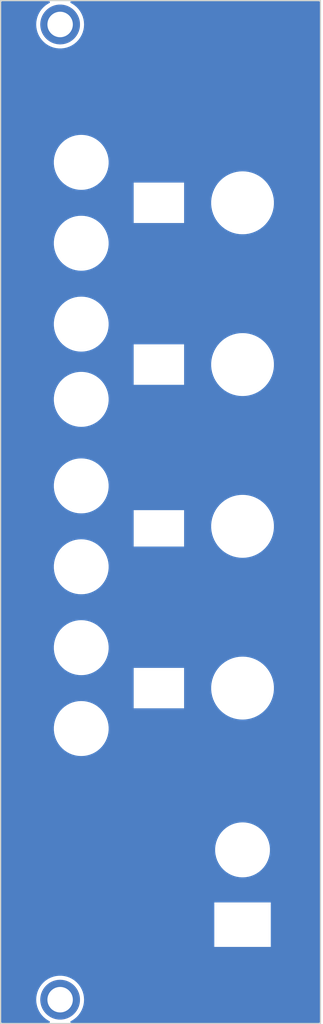
<source format=kicad_pcb>
(kicad_pcb (version 20221018) (generator pcbnew)
  (title_block (title "summe") (date "2021-05-30") (rev "R1") (comment 1 "PCB for panel") (comment 2 "DC coupled mixer") (comment 4 "License CC BY 4.0 - Attribution 4.0 International"))
  (layers (0 "F.Cu" signal) (31 "B.Cu" signal) (34 "B.Paste" user) (35 "F.Paste" user) (36 "B.SilkS" user "B.Silkscreen") (37 "F.SilkS" user "F.Silkscreen") (38 "B.Mask" user) (39 "F.Mask" user) (44 "Edge.Cuts" user))
  (net 0 "")
  (footprint "elektrophon:MountingHole_Panel_3.2mm_M3" (layer "F.Cu") (at 58.3 53.8)
    (fp_text reference "H14" hide)
    (fp_text value "MountingHole" hide)
    (pad "1" thru_hole circle (at 0 0) (size 3.6 3.6) (drill 3.2) (layers "*.Cu" "*.Mask"))
    (pad "1" connect circle (at 0 0) (size 5 5) (layers "F.Cu" "F.Mask"))
    (pad "1" connect circle (at 0 0) (size 5 5) (layers "B.Cu" "B.Mask"))
  )
  (footprint "elektrophon:MountingHole_Panel_3.2mm_M3" (layer "F.Cu") (at 58.3 176.3)
    (fp_text reference "H15" hide)
    (fp_text value "MountingHole" hide)
    (pad "1" thru_hole circle (at 0 0) (size 3.6 3.6) (drill 3.2) (layers "*.Cu" "*.Mask"))
    (pad "1" connect circle (at 0 0) (size 5 5) (layers "F.Cu" "F.Mask"))
    (pad "1" connect circle (at 0 0) (size 5 5) (layers "B.Cu" "B.Mask"))
  )
  (footprint "elektrophon:panel_jack" (layer "F.Cu") (at 60.96 71.12)
    (fp_text reference "H1" hide)
    (fp_text value "in1" hide)
    (pad "" np_thru_hole circle (at 0 0) (size 6.4 6.4) (drill 6.4) (layers "*.Cu" "*.Mask"))
  )
  (footprint "elektrophon:panel_jack" (layer "F.Cu") (at 60.96 81.28)
    (fp_text reference "H2" hide)
    (fp_text value "out1" hide)
    (pad "" np_thru_hole circle (at 0 0) (size 6.4 6.4) (drill 6.4) (layers "*.Cu" "*.Mask"))
  )
  (footprint "elektrophon:panel_jack" (layer "F.Cu") (at 60.96 91.44)
    (fp_text reference "H3" hide)
    (fp_text value "in2" hide)
    (pad "" np_thru_hole circle (at 0 0) (size 6.4 6.4) (drill 6.4) (layers "*.Cu" "*.Mask"))
  )
  (footprint "elektrophon:panel_jack" (layer "F.Cu") (at 60.96 100.89)
    (fp_text reference "H4" hide)
    (fp_text value "out2" hide)
    (pad "" np_thru_hole circle (at 0 0) (size 6.4 6.4) (drill 6.4) (layers "*.Cu" "*.Mask"))
  )
  (footprint "elektrophon:panel_jack" (layer "F.Cu") (at 60.96 111.76)
    (fp_text reference "H5" hide)
    (fp_text value "in3" hide)
    (pad "" np_thru_hole circle (at 0 0) (size 6.4 6.4) (drill 6.4) (layers "*.Cu" "*.Mask"))
  )
  (footprint "elektrophon:panel_jack" (layer "F.Cu") (at 60.96 121.92)
    (fp_text reference "H6" hide)
    (fp_text value "out3" hide)
    (pad "" np_thru_hole circle (at 0 0) (size 6.4 6.4) (drill 6.4) (layers "*.Cu" "*.Mask"))
  )
  (footprint "elektrophon:panel_jack" (layer "F.Cu") (at 60.96 132.08)
    (fp_text reference "H7" hide)
    (fp_text value "in4" hide)
    (pad "" np_thru_hole circle (at 0 0) (size 6.4 6.4) (drill 6.4) (layers "*.Cu" "*.Mask"))
  )
  (footprint "elektrophon:panel_jack" (layer "F.Cu") (at 60.96 142.24)
    (fp_text reference "H8" hide)
    (fp_text value "out4" hide)
    (pad "" np_thru_hole circle (at 0 0) (size 6.4 6.4) (drill 6.4) (layers "*.Cu" "*.Mask"))
  )
  (footprint "elektrophon:panel_potentiometer" (layer "F.Cu") (at 81.28 76.2)
    (fp_text reference "H9" hide)
    (fp_text value "vol1" hide)
    (pad "" np_thru_hole circle (at 0 0) (size 7.4 7.4) (drill 7.4) (layers "*.Cu" "*.Mask"))
  )
  (footprint "elektrophon:panel_potentiometer" (layer "F.Cu") (at 81.28 96.52)
    (fp_text reference "H10" hide)
    (fp_text value "vol2" hide)
    (pad "" np_thru_hole circle (at 0 0) (size 7.4 7.4) (drill 7.4) (layers "*.Cu" "*.Mask"))
  )
  (footprint "elektrophon:panel_potentiometer" (layer "F.Cu") (at 81.28 116.84)
    (fp_text reference "H11" hide)
    (fp_text value "vol3" hide)
    (pad "" np_thru_hole circle (at 0 0) (size 7.4 7.4) (drill 7.4) (layers "*.Cu" "*.Mask"))
  )
  (footprint "elektrophon:panel_potentiometer" (layer "F.Cu") (at 81.28 137.16)
    (fp_text reference "H12" hide)
    (fp_text value "vol4" hide)
    (pad "" np_thru_hole circle (at 0 0) (size 7.4 7.4) (drill 7.4) (layers "*.Cu" "*.Mask"))
  )
  (footprint "elektrophon:panel_jack" (layer "F.Cu") (at 81.28 157.48)
    (fp_text reference "H13" hide)
    (fp_text value "out" hide)
    (pad "" np_thru_hole circle (at 0 0) (size 6.4 6.4) (drill 6.4) (layers "*.Cu" "*.Mask"))
  )
  (gr_line (start 50.8 50.8) (end 50.8 179.3) (stroke (width 0.15)) (layer "Edge.Cuts"))
  (gr_line (start 50.8 50.8) (end 91.1 50.8) (stroke (width 0.15)) (layer "Edge.Cuts"))
  (gr_line (start 91.1 50.8) (end 91.1 179.3) (stroke (width 0.15)) (layer "Edge.Cuts"))
  (gr_line (start 91.1 179.3) (end 50.8 179.3) (stroke (width 0.15)) (layer "Edge.Cuts"))
  (gr_text "R01" (at 87.376 177.292) (layer "F.Cu") (effects (font (size 1 1))))
  (zone (net 0) (net_name "") (layers "F&B.Cu") (connect_pads (clearance 0)) (min_thickness 0.254)
    (keepout (tracks not_allowed) (vias not_allowed) (pads allowed) (copperpour not_allowed) (footprints allowed))
    (fill (thermal_gap 0.508) (thermal_bridge_width 0.508))
    (polygon (pts (xy 84.836 169.672) (xy 77.724 169.672) (xy 77.724 164.084) (xy 84.836 164.084)))
  )
  (zone (net 0) (net_name "") (layers "F&B.Cu") (connect_pads (clearance 0)) (min_thickness 0.254)
    (keepout (tracks not_allowed) (vias not_allowed) (pads allowed) (copperpour not_allowed) (footprints allowed))
    (fill (thermal_gap 0.508) (thermal_bridge_width 0.508))
    (polygon (pts (xy 73.914 99.06) (xy 67.564 99.06) (xy 67.564 93.98) (xy 73.914 93.98)))
  )
  (zone (net 0) (net_name "") (layers "F&B.Cu") (connect_pads (clearance 0)) (min_thickness 0.254)
    (keepout (tracks not_allowed) (vias not_allowed) (pads allowed) (copperpour not_allowed) (footprints allowed))
    (fill (thermal_gap 0.508) (thermal_bridge_width 0.508))
    (polygon (pts (xy 73.914 119.38) (xy 67.564 119.38) (xy 67.564 114.808) (xy 73.914 114.808)))
  )
  (zone (net 0) (net_name "") (layers "F&B.Cu") (connect_pads (clearance 0)) (min_thickness 0.254)
    (keepout (tracks not_allowed) (vias not_allowed) (pads allowed) (copperpour not_allowed) (footprints allowed))
    (fill (thermal_gap 0.508) (thermal_bridge_width 0.508))
    (polygon (pts (xy 73.914 78.74) (xy 67.564 78.74) (xy 67.564 73.66) (xy 73.914 73.66)))
  )
  (zone (net 0) (net_name "") (layers "F&B.Cu") (connect_pads (clearance 0)) (min_thickness 0.254)
    (keepout (tracks not_allowed) (vias not_allowed) (pads allowed) (copperpour not_allowed) (footprints allowed))
    (fill (thermal_gap 0.508) (thermal_bridge_width 0.508))
    (polygon (pts (xy 73.914 139.7) (xy 67.564 139.7) (xy 67.564 134.62) (xy 73.914 134.62)))
  )
  (zone (net 0) (net_name "") (layer "B.Cu") (connect_pads (clearance 0.508)) (min_thickness 0.254) (fill yes (thermal_gap 0.508) (thermal_bridge_width 0.508))
    (polygon (pts (xy 91.44 179.324) (xy 50.8 179.324) (xy 50.8 50.8) (xy 91.44 50.8)))
  )
)
</source>
